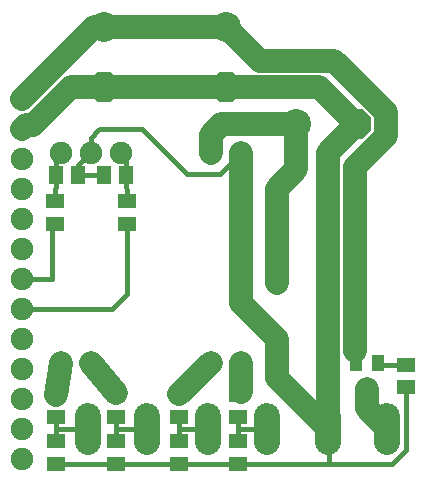
<source format=gbr>
G04 EAGLE Gerber RS-274X export*
G75*
%MOMM*%
%FSLAX34Y34*%
%LPD*%
%AMOC8*
5,1,8,0,0,1.08239X$1,22.5*%
G01*
%ADD10R,1.300000X1.500000*%
%ADD11C,2.540000*%
%ADD12P,2.749271X8X292.500000*%
%ADD13P,2.749271X8X22.500000*%
%ADD14R,1.500000X1.300000*%
%ADD15C,2.216000*%
%ADD16C,1.916000*%
%ADD17R,1.500000X1.200000*%
%ADD18R,1.000000X1.400000*%
%ADD19C,0.406400*%
%ADD20C,2.000000*%


D10*
X-295300Y328930D03*
X-314300Y328930D03*
X-273660Y328930D03*
X-254660Y328930D03*
D11*
X-170180Y454660D03*
D12*
X-170180Y403860D03*
D11*
X-110490Y372110D03*
D13*
X-59690Y372110D03*
D14*
X-209550Y84480D03*
X-209550Y103480D03*
X-160020Y84480D03*
X-160020Y103480D03*
X-313690Y84480D03*
X-313690Y103480D03*
X-262890Y84480D03*
X-262890Y103480D03*
D15*
X-33500Y103220D02*
X-33500Y125380D01*
X-83900Y125380D02*
X-83900Y103220D01*
X-236700Y103220D02*
X-236700Y125380D01*
X-287100Y125380D02*
X-287100Y103220D01*
X-135100Y103220D02*
X-135100Y125380D01*
X-185500Y125380D02*
X-185500Y103220D01*
D16*
X-60980Y237490D03*
X-126980Y237490D03*
D17*
X-313690Y142875D03*
X-313690Y123825D03*
X-262890Y142875D03*
X-262890Y123825D03*
X-160020Y142875D03*
X-160020Y123825D03*
X-209550Y142875D03*
X-209550Y123825D03*
D14*
X-314960Y287680D03*
X-314960Y306680D03*
X-254000Y287680D03*
X-254000Y306680D03*
D16*
X-309880Y347980D03*
X-284480Y347980D03*
X-259080Y347980D03*
X-182880Y347980D03*
X-157480Y347980D03*
X-157480Y170180D03*
X-182880Y170180D03*
X-309880Y170180D03*
X-284480Y170180D03*
D11*
X-273050Y454660D03*
D12*
X-273050Y403860D03*
D16*
X-342900Y393700D03*
X-342900Y368300D03*
X-342900Y342900D03*
X-342900Y317500D03*
X-342900Y292100D03*
X-342900Y266700D03*
X-342900Y241300D03*
X-342900Y215900D03*
X-342900Y190500D03*
X-342900Y165100D03*
X-342900Y139700D03*
X-342900Y114300D03*
X-342900Y88900D03*
D14*
X-17780Y149250D03*
X-17780Y168250D03*
D18*
X-50800Y147750D03*
X-60300Y169750D03*
X-41300Y169750D03*
D19*
X-309880Y347980D02*
X-314300Y343560D01*
X-314300Y328930D01*
X-314960Y306680D01*
X-259080Y347980D02*
X-254660Y343560D01*
X-254660Y328930D01*
X-254000Y306680D01*
D20*
X-182880Y347980D02*
X-182880Y363220D01*
X-173990Y372110D02*
X-110490Y372110D01*
X-173990Y372110D02*
X-182880Y363220D01*
X-126980Y317520D02*
X-126980Y237490D01*
X-110490Y334010D02*
X-110490Y372110D01*
X-110490Y334010D02*
X-126980Y317520D01*
D19*
X-209550Y114300D02*
X-209550Y103480D01*
X-209550Y114300D02*
X-209550Y123825D01*
X-209550Y114300D02*
X-205740Y114300D01*
X-185500Y114300D01*
X-160020Y114300D02*
X-160020Y103480D01*
X-160020Y114300D02*
X-160020Y123825D01*
X-160020Y114300D02*
X-135100Y114300D01*
X-313690Y114300D02*
X-313690Y103480D01*
X-313690Y114300D02*
X-313690Y123825D01*
X-313690Y114300D02*
X-287100Y114300D01*
X-262890Y114300D02*
X-262890Y103480D01*
X-262890Y114300D02*
X-262890Y123825D01*
X-262890Y114300D02*
X-236700Y114300D01*
D20*
X-50800Y131600D02*
X-33500Y114300D01*
X-50800Y131600D02*
X-50800Y147750D01*
D19*
X-39800Y168250D02*
X-17780Y168250D01*
X-39800Y168250D02*
X-41300Y169750D01*
D20*
X-281940Y454660D02*
X-342900Y393700D01*
X-273050Y454660D02*
X-170180Y454660D01*
X-273050Y454660D02*
X-281940Y454660D01*
X-170180Y454660D02*
X-141430Y425910D01*
X-34940Y382362D02*
X-34940Y361858D01*
X-78488Y425910D02*
X-141430Y425910D01*
X-78488Y425910D02*
X-34940Y382362D01*
D19*
X-60960Y170410D02*
X-60300Y169750D01*
X-60300Y179680D01*
X-60960Y180340D01*
D20*
X-60960Y237470D01*
X-60980Y237490D01*
X-60980Y335818D01*
X-34940Y361858D01*
D19*
X-209550Y143510D02*
X-209550Y142875D01*
D20*
X-209550Y143510D02*
X-182880Y170180D01*
D19*
X-157798Y145098D02*
X-160020Y142875D01*
D20*
X-157798Y145098D02*
X-157480Y170180D01*
D19*
X-262890Y144780D02*
X-262890Y142875D01*
D20*
X-262890Y144780D02*
X-284480Y170180D01*
X-309880Y170180D02*
X-313690Y142875D01*
D19*
X-209550Y84480D02*
X-160020Y84480D01*
X-295300Y328930D02*
X-295300Y337160D01*
X-284480Y347980D01*
X-295300Y328930D02*
X-273660Y328930D01*
X-262890Y84480D02*
X-209550Y84480D01*
X-262890Y84480D02*
X-313690Y84480D01*
X-284480Y347980D02*
X-284480Y360680D01*
X-278130Y367030D01*
X-160020Y84480D02*
X-127000Y84480D01*
X-82550Y84480D02*
X-82550Y112950D01*
X-82550Y84480D02*
X-127000Y84480D01*
X-175260Y330200D02*
X-157480Y347980D01*
X-175260Y330200D02*
X-203200Y330200D01*
X-241300Y368300D01*
X-276860Y368300D01*
X-278130Y367030D01*
X-82550Y84480D02*
X-29820Y84480D01*
X-17780Y96520D01*
X-82550Y112950D02*
X-83900Y114300D01*
D20*
X-170180Y403860D02*
X-273050Y403860D01*
X-339550Y371650D02*
X-342900Y368300D01*
X-339550Y371650D02*
X-333767Y371650D01*
X-301557Y403860D01*
X-273050Y403860D01*
D19*
X-273050Y400050D01*
D20*
X-170180Y403860D02*
X-91440Y403860D01*
X-59690Y372110D01*
X-83900Y347900D02*
X-83900Y114300D01*
X-83900Y347900D02*
X-59690Y372110D01*
X-127000Y157400D02*
X-83900Y114300D01*
X-127000Y157400D02*
X-127000Y190500D01*
X-157480Y220980D01*
X-157480Y347980D01*
D19*
X-17780Y149250D02*
X-17780Y96520D01*
X-314960Y287680D02*
X-317500Y285140D01*
X-317500Y241300D01*
X-342900Y241300D01*
X-254000Y228600D02*
X-254000Y287680D01*
X-254000Y228600D02*
X-266700Y215900D01*
X-342900Y215900D01*
M02*

</source>
